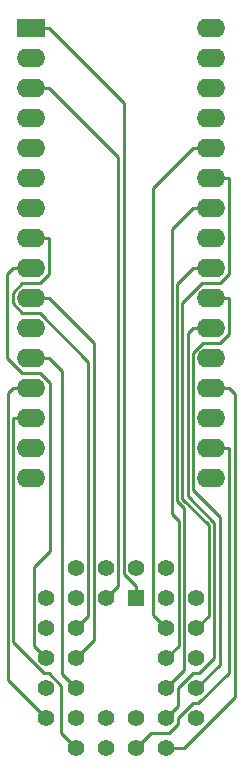
<source format=gbr>
%TF.GenerationSoftware,KiCad,Pcbnew,(6.0.9)*%
%TF.CreationDate,2023-07-20T16:52:18+02:00*%
%TF.ProjectId,plcc32-adapter-board,706c6363-3332-42d6-9164-61707465722d,rev?*%
%TF.SameCoordinates,Original*%
%TF.FileFunction,Copper,L2,Bot*%
%TF.FilePolarity,Positive*%
%FSLAX46Y46*%
G04 Gerber Fmt 4.6, Leading zero omitted, Abs format (unit mm)*
G04 Created by KiCad (PCBNEW (6.0.9)) date 2023-07-20 16:52:18*
%MOMM*%
%LPD*%
G01*
G04 APERTURE LIST*
%TA.AperFunction,ComponentPad*%
%ADD10R,1.422400X1.422400*%
%TD*%
%TA.AperFunction,ComponentPad*%
%ADD11C,1.422400*%
%TD*%
%TA.AperFunction,ComponentPad*%
%ADD12R,2.400000X1.600000*%
%TD*%
%TA.AperFunction,ComponentPad*%
%ADD13O,2.400000X1.600000*%
%TD*%
%TA.AperFunction,Conductor*%
%ADD14C,0.250000*%
%TD*%
G04 APERTURE END LIST*
D10*
%TO.P,J2,1,Pin_1*%
%TO.N,P1*%
X34295000Y-68580000D03*
D11*
%TO.P,J2,2,Pin_2*%
%TO.N,P2*%
X31755000Y-66040000D03*
%TO.P,J2,3,Pin_3*%
%TO.N,P3*%
X31755000Y-68580000D03*
%TO.P,J2,4,Pin_4*%
%TO.N,P4*%
X29215000Y-66040000D03*
%TO.P,J2,5,Pin_5*%
%TO.N,P5*%
X26675000Y-68580000D03*
%TO.P,J2,6,Pin_6*%
%TO.N,P6*%
X29215000Y-68580000D03*
%TO.P,J2,7,Pin_7*%
%TO.N,P7*%
X26675000Y-71120000D03*
%TO.P,J2,8,Pin_8*%
%TO.N,P8*%
X29215000Y-71120000D03*
%TO.P,J2,9,Pin_9*%
%TO.N,P9*%
X26675000Y-73660000D03*
%TO.P,J2,10,Pin_10*%
%TO.N,P10*%
X29215000Y-73660000D03*
%TO.P,J2,11,Pin_11*%
%TO.N,P11*%
X26675000Y-76200000D03*
%TO.P,J2,12,Pin_12*%
%TO.N,P12*%
X29215000Y-76200000D03*
%TO.P,J2,13,Pin_13*%
%TO.N,P13*%
X26675000Y-78740000D03*
%TO.P,J2,14,Pin_14*%
%TO.N,P14*%
X29215000Y-81280000D03*
%TO.P,J2,15,Pin_15*%
%TO.N,P15*%
X29215000Y-78740000D03*
%TO.P,J2,16,Pin_16*%
%TO.N,P16*%
X31755000Y-81280000D03*
%TO.P,J2,17,Pin_17*%
%TO.N,P17*%
X31755000Y-78740000D03*
%TO.P,J2,18,Pin_18*%
%TO.N,P18*%
X34295000Y-81280000D03*
%TO.P,J2,19,Pin_19*%
%TO.N,P19*%
X34295000Y-78740000D03*
%TO.P,J2,20,Pin_20*%
%TO.N,P20*%
X36835000Y-81280000D03*
%TO.P,J2,21,Pin_21*%
%TO.N,P21*%
X39375000Y-78740000D03*
%TO.P,J2,22,Pin_22*%
%TO.N,P22*%
X36835000Y-78740000D03*
%TO.P,J2,23,Pin_23*%
%TO.N,P23*%
X39375000Y-76200000D03*
%TO.P,J2,24,Pin_24*%
%TO.N,P24*%
X36835000Y-76200000D03*
%TO.P,J2,25,Pin_25*%
%TO.N,P25*%
X39375000Y-73660000D03*
%TO.P,J2,26,Pin_26*%
%TO.N,P26*%
X36835000Y-73660000D03*
%TO.P,J2,27,Pin_27*%
%TO.N,P27*%
X39375000Y-71120000D03*
%TO.P,J2,28,Pin_28*%
%TO.N,P28*%
X36835000Y-71120000D03*
%TO.P,J2,29,Pin_29*%
%TO.N,P29*%
X39375000Y-68580000D03*
%TO.P,J2,30,Pin_30*%
%TO.N,P30*%
X36835000Y-66040000D03*
%TO.P,J2,31,Pin_31*%
%TO.N,P31*%
X36835000Y-68580000D03*
%TO.P,J2,32,Pin_32*%
%TO.N,P32*%
X34295000Y-66040000D03*
%TD*%
D12*
%TO.P,J1,1,Pin_1*%
%TO.N,P1*%
X25400000Y-20320000D03*
D13*
%TO.P,J1,2,Pin_2*%
%TO.N,P2*%
X25400000Y-22860000D03*
%TO.P,J1,3,Pin_3*%
%TO.N,P3*%
X25400000Y-25400000D03*
%TO.P,J1,4,Pin_4*%
%TO.N,P4*%
X25400000Y-27940000D03*
%TO.P,J1,5,Pin_5*%
%TO.N,P5*%
X25400000Y-30480000D03*
%TO.P,J1,6,Pin_6*%
%TO.N,P6*%
X25400000Y-33020000D03*
%TO.P,J1,7,Pin_7*%
%TO.N,P7*%
X25400000Y-35560000D03*
%TO.P,J1,8,Pin_8*%
%TO.N,P8*%
X25400000Y-38100000D03*
%TO.P,J1,9,Pin_9*%
%TO.N,P9*%
X25400000Y-40640000D03*
%TO.P,J1,10,Pin_10*%
%TO.N,P10*%
X25400000Y-43180000D03*
%TO.P,J1,11,Pin_11*%
%TO.N,P11*%
X25400000Y-45720000D03*
%TO.P,J1,12,Pin_12*%
%TO.N,P12*%
X25400000Y-48260000D03*
%TO.P,J1,13,Pin_13*%
%TO.N,P13*%
X25400000Y-50800000D03*
%TO.P,J1,14,Pin_14*%
%TO.N,P14*%
X25400000Y-53340000D03*
%TO.P,J1,15,Pin_15*%
%TO.N,P15*%
X25400000Y-55880000D03*
%TO.P,J1,16,Pin_16*%
%TO.N,P16*%
X25400000Y-58420000D03*
%TO.P,J1,17,Pin_17*%
%TO.N,P17*%
X40640000Y-58420000D03*
%TO.P,J1,18,Pin_18*%
%TO.N,P18*%
X40640000Y-55880000D03*
%TO.P,J1,19,Pin_19*%
%TO.N,P19*%
X40640000Y-53340000D03*
%TO.P,J1,20,Pin_20*%
%TO.N,P20*%
X40640000Y-50800000D03*
%TO.P,J1,21,Pin_21*%
%TO.N,P21*%
X40640000Y-48260000D03*
%TO.P,J1,22,Pin_22*%
%TO.N,P22*%
X40640000Y-45720000D03*
%TO.P,J1,23,Pin_23*%
%TO.N,P23*%
X40640000Y-43180000D03*
%TO.P,J1,24,Pin_24*%
%TO.N,P24*%
X40640000Y-40640000D03*
%TO.P,J1,25,Pin_25*%
%TO.N,P25*%
X40640000Y-38100000D03*
%TO.P,J1,26,Pin_26*%
%TO.N,P26*%
X40640000Y-35560000D03*
%TO.P,J1,27,Pin_27*%
%TO.N,P27*%
X40640000Y-33020000D03*
%TO.P,J1,28,Pin_28*%
%TO.N,P28*%
X40640000Y-30480000D03*
%TO.P,J1,29,Pin_29*%
%TO.N,P29*%
X40640000Y-27940000D03*
%TO.P,J1,30,Pin_30*%
%TO.N,P30*%
X40640000Y-25400000D03*
%TO.P,J1,31,Pin_31*%
%TO.N,P31*%
X40640000Y-22860000D03*
%TO.P,J1,32,Pin_32*%
%TO.N,P32*%
X40640000Y-20320000D03*
%TD*%
D14*
%TO.N,P28*%
X35763000Y-70048000D02*
X36835000Y-71120000D01*
X35763000Y-33831700D02*
X35763000Y-70048000D01*
X39114700Y-30480000D02*
X35763000Y-33831700D01*
X40640000Y-30480000D02*
X39114700Y-30480000D01*
%TO.N,P27*%
X40640000Y-33020000D02*
X42165300Y-33020000D01*
X40432000Y-70063000D02*
X39375000Y-71120000D01*
X40432000Y-62368300D02*
X40432000Y-70063000D01*
X38214100Y-60150400D02*
X40432000Y-62368300D01*
X38214100Y-43595600D02*
X38214100Y-60150400D01*
X39899700Y-41910000D02*
X38214100Y-43595600D01*
X41398800Y-41910000D02*
X39899700Y-41910000D01*
X42165300Y-41143500D02*
X41398800Y-41910000D01*
X42165300Y-33020000D02*
X42165300Y-41143500D01*
%TO.N,P26*%
X40640000Y-35560000D02*
X39114700Y-35560000D01*
X37888000Y-72607000D02*
X36835000Y-73660000D01*
X37888000Y-62040600D02*
X37888000Y-72607000D01*
X37313500Y-61466100D02*
X37888000Y-62040600D01*
X37313500Y-37361200D02*
X37313500Y-61466100D01*
X39114700Y-35560000D02*
X37313500Y-37361200D01*
%TO.N,P24*%
X40640000Y-40640000D02*
X39114700Y-40640000D01*
X38338400Y-74696600D02*
X36835000Y-76200000D01*
X38338400Y-60911600D02*
X38338400Y-74696600D01*
X37763800Y-60337000D02*
X38338400Y-60911600D01*
X37763800Y-41990900D02*
X37763800Y-60337000D01*
X39114700Y-40640000D02*
X37763800Y-41990900D01*
%TO.N,P23*%
X41355400Y-74219600D02*
X39375000Y-76200000D01*
X41355400Y-61699600D02*
X41355400Y-74219600D01*
X39114700Y-59458900D02*
X41355400Y-61699600D01*
X39114700Y-47792000D02*
X39114700Y-59458900D01*
X39916700Y-46990000D02*
X39114700Y-47792000D01*
X41371000Y-46990000D02*
X39916700Y-46990000D01*
X42165300Y-46195700D02*
X41371000Y-46990000D01*
X42165300Y-43180000D02*
X42165300Y-46195700D01*
X40640000Y-43180000D02*
X42165300Y-43180000D01*
%TO.N,P22*%
X40640000Y-45720000D02*
X39114700Y-45720000D01*
X37871700Y-77703300D02*
X36835000Y-78740000D01*
X37871700Y-76212000D02*
X37871700Y-77703300D01*
X39153700Y-74930000D02*
X37871700Y-76212000D01*
X39580900Y-74930000D02*
X39153700Y-74930000D01*
X40892800Y-73618100D02*
X39580900Y-74930000D01*
X40892800Y-62192100D02*
X40892800Y-73618100D01*
X38664400Y-59963700D02*
X40892800Y-62192100D01*
X38664400Y-46170300D02*
X38664400Y-59963700D01*
X39114700Y-45720000D02*
X38664400Y-46170300D01*
%TO.N,P20*%
X38335100Y-81280000D02*
X36835000Y-81280000D01*
X42636100Y-76979000D02*
X38335100Y-81280000D01*
X42636100Y-51270800D02*
X42636100Y-76979000D01*
X42165300Y-50800000D02*
X42636100Y-51270800D01*
X40640000Y-50800000D02*
X42165300Y-50800000D01*
%TO.N,P18*%
X40640000Y-55880000D02*
X42165300Y-55880000D01*
X35565000Y-80010000D02*
X34295000Y-81280000D01*
X37085500Y-80010000D02*
X35565000Y-80010000D01*
X37871700Y-79223800D02*
X37085500Y-80010000D01*
X37871700Y-78752000D02*
X37871700Y-79223800D01*
X39153700Y-77470000D02*
X37871700Y-78752000D01*
X39574800Y-77470000D02*
X39153700Y-77470000D01*
X42165300Y-74879500D02*
X39574800Y-77470000D01*
X42165300Y-55880000D02*
X42165300Y-74879500D01*
%TO.N,P14*%
X27945000Y-80010000D02*
X29215000Y-81280000D01*
X27945000Y-75981500D02*
X27945000Y-80010000D01*
X26893500Y-74930000D02*
X27945000Y-75981500D01*
X26479000Y-74930000D02*
X26893500Y-74930000D01*
X23874700Y-72325700D02*
X26479000Y-74930000D01*
X23874700Y-53340000D02*
X23874700Y-72325700D01*
X25400000Y-53340000D02*
X23874700Y-53340000D01*
%TO.N,P13*%
X25400000Y-50800000D02*
X23874700Y-50800000D01*
X23422900Y-75487900D02*
X26675000Y-78740000D01*
X23422900Y-51251800D02*
X23422900Y-75487900D01*
X23874700Y-50800000D02*
X23422900Y-51251800D01*
%TO.N,P12*%
X28024100Y-75009100D02*
X29215000Y-76200000D01*
X28024100Y-49358800D02*
X28024100Y-75009100D01*
X26925300Y-48260000D02*
X28024100Y-49358800D01*
X25400000Y-48260000D02*
X26925300Y-48260000D01*
%TO.N,P10*%
X25400000Y-43180000D02*
X26925300Y-43180000D01*
X30710200Y-46964900D02*
X26925300Y-43180000D01*
X30710200Y-72164800D02*
X30710200Y-46964900D01*
X29215000Y-73660000D02*
X30710200Y-72164800D01*
%TO.N,P9*%
X25617900Y-72602900D02*
X26675000Y-73660000D01*
X25617900Y-65920900D02*
X25617900Y-72602900D01*
X26975100Y-64563700D02*
X25617900Y-65920900D01*
X26975100Y-50362200D02*
X26975100Y-64563700D01*
X26142900Y-49530000D02*
X26975100Y-50362200D01*
X24649000Y-49530000D02*
X26142900Y-49530000D01*
X23383900Y-48264900D02*
X24649000Y-49530000D01*
X23383900Y-41130800D02*
X23383900Y-48264900D01*
X23874700Y-40640000D02*
X23383900Y-41130800D01*
X25400000Y-40640000D02*
X23874700Y-40640000D01*
%TO.N,P8*%
X30259800Y-70075200D02*
X29215000Y-71120000D01*
X30259800Y-48586000D02*
X30259800Y-70075200D01*
X26123800Y-44450000D02*
X30259800Y-48586000D01*
X24670300Y-44450000D02*
X26123800Y-44450000D01*
X23834300Y-43614000D02*
X24670300Y-44450000D01*
X23834300Y-42725000D02*
X23834300Y-43614000D01*
X24649300Y-41910000D02*
X23834300Y-42725000D01*
X26123700Y-41910000D02*
X24649300Y-41910000D01*
X26925300Y-41108400D02*
X26123700Y-41910000D01*
X26925300Y-38100000D02*
X26925300Y-41108400D01*
X25400000Y-38100000D02*
X26925300Y-38100000D01*
%TO.N,P3*%
X25400000Y-25400000D02*
X26925300Y-25400000D01*
X32796700Y-67538300D02*
X31755000Y-68580000D01*
X32796700Y-31271400D02*
X32796700Y-67538300D01*
X26925300Y-25400000D02*
X32796700Y-31271400D01*
%TO.N,P1*%
X33258500Y-66507000D02*
X34295000Y-67543500D01*
X33258500Y-26653200D02*
X33258500Y-66507000D01*
X26925300Y-20320000D02*
X33258500Y-26653200D01*
X25400000Y-20320000D02*
X26925300Y-20320000D01*
X34295000Y-68580000D02*
X34295000Y-67543500D01*
%TD*%
M02*

</source>
